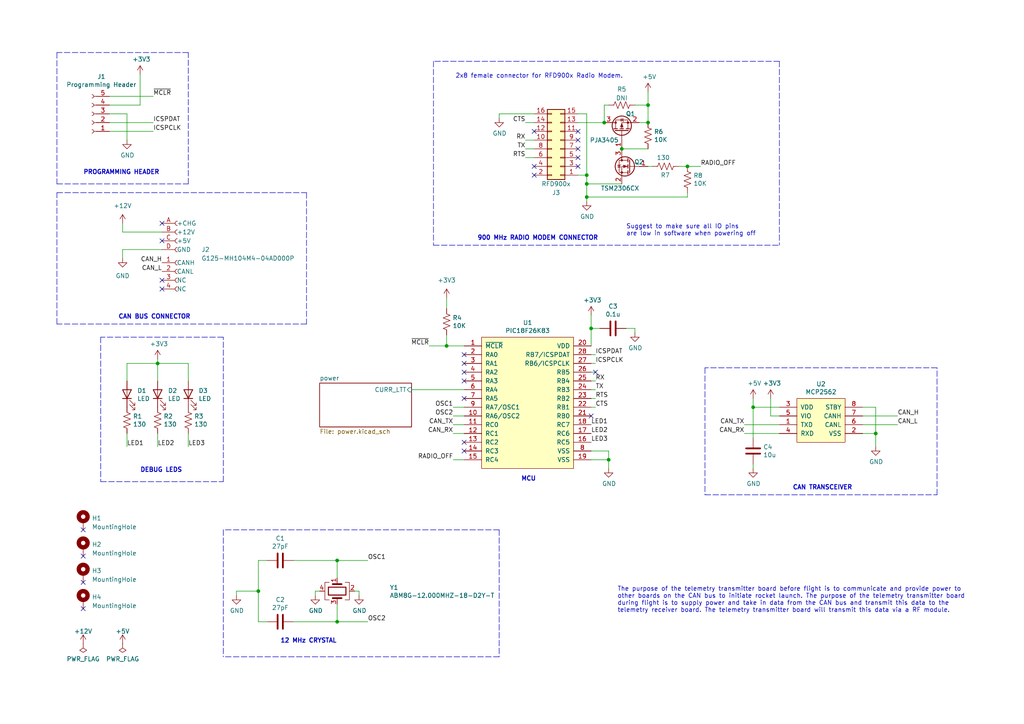
<source format=kicad_sch>
(kicad_sch (version 20250114) (generator "eeschema") (generator_version "9.0")
  (paper "A4")
  (title_block (title "Live Telemetry Transmitter") (date "2021-10-01") (rev "2.1"))
  (lib_symbols
    (symbol "Connector:Conn_01x05_Female" (pin_names (offset 1.016) (hide yes))
      (property "Reference" "J" (at 0 7.62 0))
      (property "Value" "Conn_01x05_Female" (at 0 -7.62 0))
      (symbol "Conn_01x05_Female_1_1"
        (polyline (pts (xy -1.27 5.08) (xy -0.508 5.08)) (stroke (width 0.1524)))
        (polyline (pts (xy -1.27 2.54) (xy -0.508 2.54)) (stroke (width 0.1524)))
        (polyline (pts (xy -1.27 0) (xy -0.508 0)) (stroke (width 0.1524)))
        (polyline (pts (xy -1.27 -2.54) (xy -0.508 -2.54)) (stroke (width 0.1524)))
        (polyline (pts (xy -1.27 -5.08) (xy -0.508 -5.08)) (stroke (width 0.1524)))
        (arc (start 0 4.572) (mid -0.5058 5.08) (end 0 5.588) (stroke (width 0.1524)))
        (arc (start 0 2.032) (mid -0.5058 2.54) (end 0 3.048) (stroke (width 0.1524)))
        (arc (start 0 -0.508) (mid -0.5058 0) (end 0 0.508) (stroke (width 0.1524)))
        (arc (start 0 -3.048) (mid -0.5058 -2.54) (end 0 -2.032) (stroke (width 0.1524)))
        (arc (start 0 -5.588) (mid -0.5058 -5.08) (end 0 -4.572) (stroke (width 0.1524)))
        (pin passive line (at -5.08 5.08 0) (length 3.81) (name "Pin_1") (number "1"))
        (pin passive line (at -5.08 2.54 0) (length 3.81) (name "Pin_2") (number "2"))
        (pin passive line (at -5.08 0 0) (length 3.81) (name "Pin_3") (number "3"))
        (pin passive line (at -5.08 -2.54 0) (length 3.81) (name "Pin_4") (number "4"))
        (pin passive line (at -5.08 -5.08 0) (length 3.81) (name "Pin_5") (number "5"))
      )
    )
    (symbol "Connector_Generic:Conn_02x08_Odd_Even" (pin_names (offset 1.016) (hide yes))
      (property "Reference" "J" (at 1.27 10.16 0))
      (property "Value" "Conn_02x08_Odd_Even" (at 1.27 -12.7 0))
      (symbol "Conn_02x08_Odd_Even_1_1"
        (rectangle (start -1.27 8.89) (end 3.81 -11.43) (stroke (width 0.254)) (fill (type background)))
        (rectangle (start -1.27 7.747) (end 0 7.493) (stroke (width 0.1524)))
        (rectangle (start -1.27 5.207) (end 0 4.953) (stroke (width 0.1524)))
        (rectangle (start -1.27 2.667) (end 0 2.413) (stroke (width 0.1524)))
        (rectangle (start -1.27 0.127) (end 0 -0.127) (stroke (width 0.1524)))
        (rectangle (start -1.27 -2.413) (end 0 -2.667) (stroke (width 0.1524)))
        (rectangle (start -1.27 -4.953) (end 0 -5.207) (stroke (width 0.1524)))
        (rectangle (start -1.27 -7.493) (end 0 -7.747) (stroke (width 0.1524)))
        (rectangle (start -1.27 -10.033) (end 0 -10.287) (stroke (width 0.1524)))
        (rectangle (start 3.81 7.747) (end 2.54 7.493) (stroke (width 0.1524)))
        (rectangle (start 3.81 5.207) (end 2.54 4.953) (stroke (width 0.1524)))
        (rectangle (start 3.81 2.667) (end 2.54 2.413) (stroke (width 0.1524)))
        (rectangle (start 3.81 0.127) (end 2.54 -0.127) (stroke (width 0.1524)))
        (rectangle (start 3.81 -2.413) (end 2.54 -2.667) (stroke (width 0.1524)))
        (rectangle (start 3.81 -4.953) (end 2.54 -5.207) (stroke (width 0.1524)))
        (rectangle (start 3.81 -7.493) (end 2.54 -7.747) (stroke (width 0.1524)))
        (rectangle (start 3.81 -10.033) (end 2.54 -10.287) (stroke (width 0.1524)))
        (pin passive line (at -5.08 7.62 0) (length 3.81) (name "Pin_1") (number "1"))
        (pin passive line (at -5.08 5.08 0) (length 3.81) (name "Pin_3") (number "3"))
        (pin passive line (at -5.08 2.54 0) (length 3.81) (name "Pin_5") (number "5"))
        (pin passive line (at -5.08 0 0) (length 3.81) (name "Pin_7") (number "7"))
        (pin passive line (at -5.08 -2.54 0) (length 3.81) (name "Pin_9") (number "9"))
        (pin passive line (at -5.08 -5.08 0) (length 3.81) (name "Pin_11") (number "11"))
        (pin passive line (at -5.08 -7.62 0) (length 3.81) (name "Pin_13") (number "13"))
        (pin passive line (at -5.08 -10.16 0) (length 3.81) (name "Pin_15") (number "15"))
        (pin passive line (at 7.62 7.62 180) (length 3.81) (name "Pin_2") (number "2"))
        (pin passive line (at 7.62 5.08 180) (length 3.81) (name "Pin_4") (number "4"))
        (pin passive line (at 7.62 2.54 180) (length 3.81) (name "Pin_6") (number "6"))
        (pin passive line (at 7.62 0 180) (length 3.81) (name "Pin_8") (number "8"))
        (pin passive line (at 7.62 -2.54 180) (length 3.81) (name "Pin_10") (number "10"))
        (pin passive line (at 7.62 -5.08 180) (length 3.81) (name "Pin_12") (number "12"))
        (pin passive line (at 7.62 -7.62 180) (length 3.81) (name "Pin_14") (number "14"))
        (pin passive line (at 7.62 -10.16 180) (length 3.81) (name "Pin_16") (number "16"))
      )
    )
    (symbol "Device:C" (pin_numbers (hide yes)) (pin_names (offset 0.254))
      (property "Reference" "C" (at 0.635 2.54 0))
      (property "Value" "C" (at 0.635 -2.54 0))
      (symbol "C_0_1"
        (polyline (pts (xy -2.032 0.762) (xy 2.032 0.762)) (stroke (width 0.508)))
        (polyline (pts (xy -2.032 -0.762) (xy 2.032 -0.762)) (stroke (width 0.508)))
      )
      (symbol "C_1_1"
        (pin passive line (at 0 3.81 270) (length 2.794) (name "~") (number "1"))
        (pin passive line (at 0 -3.81 90) (length 2.794) (name "~") (number "2"))
      )
    )
    (symbol "Device:Crystal_GND24" (pin_names (offset 1.016) (hide yes))
      (property "Reference" "Y" (at 3.175 5.08 0))
      (property "Value" "Crystal_GND24" (at 3.175 3.175 0))
      (symbol "Crystal_GND24_0_1"
        (polyline (pts (xy -2.54 2.286) (xy -2.54 3.556) (xy 2.54 3.556) (xy 2.54 2.286)))
        (polyline (pts (xy -2.54 0) (xy -2.032 0)))
        (polyline (pts (xy -2.54 -2.286) (xy -2.54 -3.556) (xy 2.54 -3.556) (xy 2.54 -2.286)))
        (polyline (pts (xy -2.032 -1.27) (xy -2.032 1.27)) (stroke (width 0.508)))
        (rectangle (start -1.143 2.54) (end 1.143 -2.54) (stroke (width 0.3048)))
        (polyline (pts (xy 0 3.556) (xy 0 3.81)))
        (polyline (pts (xy 0 -3.81) (xy 0 -3.556)))
        (polyline (pts (xy 2.032 0) (xy 2.54 0)))
        (polyline (pts (xy 2.032 -1.27) (xy 2.032 1.27)) (stroke (width 0.508)))
      )
      (symbol "Crystal_GND24_1_1"
        (pin passive line (at -3.81 0 0) (length 1.27) (name "1") (number "1"))
        (pin passive line (at 0 5.08 270) (length 1.27) (name "2") (number "2"))
        (pin passive line (at 0 -5.08 90) (length 1.27) (name "4") (number "4"))
        (pin passive line (at 3.81 0 180) (length 1.27) (name "3") (number "3"))
      )
    )
    (symbol "Device:LED" (pin_numbers (hide yes)) (pin_names (offset 1.016) (hide yes))
      (property "Reference" "D" (at 0 2.54 0))
      (property "Value" "LED" (at 0 -2.54 0))
      (symbol "LED_0_1"
        (polyline (pts (xy -3.048 -0.762) (xy -4.572 -2.286) (xy -3.81 -2.286) (xy -4.572 -2.286) (xy -4.572 -1.524)))
        (polyline (pts (xy -1.778 -0.762) (xy -3.302 -2.286) (xy -2.54 -2.286) (xy -3.302 -2.286) (xy -3.302 -1.524)))
        (polyline (pts (xy -1.27 0) (xy 1.27 0)))
        (polyline (pts (xy -1.27 -1.27) (xy -1.27 1.27)) (stroke (width 0.254)))
        (polyline (pts (xy 1.27 -1.27) (xy 1.27 1.27) (xy -1.27 0) (xy 1.27 -1.27)) (stroke (width 0.254)))
      )
      (symbol "LED_1_1"
        (pin passive line (at -3.81 0 0) (length 2.54) (name "K") (number "1"))
        (pin passive line (at 3.81 0 180) (length 2.54) (name "A") (number "2"))
      )
    )
    (symbol "Device:Q_NMOS_GSD" (pin_names (offset 0) (hide yes))
      (property "Reference" "Q" (at 5.08 1.27 0))
      (property "Value" "Q_NMOS_GSD" (at 5.08 -1.27 0))
      (symbol "Q_NMOS_GSD_0_1"
        (polyline (pts (xy 0.254 1.905) (xy 0.254 -1.905)) (stroke (width 0.254)))
        (polyline (pts (xy 0.254 0) (xy -2.54 0)))
        (polyline (pts (xy 0.762 2.286) (xy 0.762 1.27)) (stroke (width 0.254)))
        (polyline (pts (xy 0.762 0.508) (xy 0.762 -0.508)) (stroke (width 0.254)))
        (polyline (pts (xy 0.762 -1.27) (xy 0.762 -2.286)) (stroke (width 0.254)))
        (polyline (pts (xy 0.762 -1.778) (xy 3.302 -1.778) (xy 3.302 1.778) (xy 0.762 1.778)))
        (polyline (pts (xy 1.016 0) (xy 2.032 0.381) (xy 2.032 -0.381) (xy 1.016 0)) (fill (type outline)))
        (circle (center 1.651 0) (radius 2.794) (stroke (width 0.254)))
        (polyline (pts (xy 2.54 2.54) (xy 2.54 1.778)))
        (circle (center 2.54 1.778) (radius 0.254) (fill (type outline)))
        (circle (center 2.54 -1.778) (radius 0.254) (fill (type outline)))
        (polyline (pts (xy 2.54 -2.54) (xy 2.54 0) (xy 0.762 0)))
        (polyline (pts (xy 2.794 0.508) (xy 2.921 0.381) (xy 3.683 0.381) (xy 3.81 0.254)))
        (polyline (pts (xy 3.302 0.381) (xy 2.921 -0.254) (xy 3.683 -0.254) (xy 3.302 0.381)))
      )
      (symbol "Q_NMOS_GSD_1_1"
        (pin input line (at -5.08 0 0) (length 2.54) (name "G") (number "1"))
        (pin passive line (at 2.54 5.08 270) (length 2.54) (name "D") (number "3"))
        (pin passive line (at 2.54 -5.08 90) (length 2.54) (name "S") (number "2"))
      )
    )
    (symbol "Device:Q_PMOS_GSD" (pin_names (offset 0) (hide yes))
      (property "Reference" "Q" (at 5.08 1.27 0))
      (property "Value" "Q_PMOS_GSD" (at 5.08 -1.27 0))
      (symbol "Q_PMOS_GSD_0_1"
        (polyline (pts (xy 0.254 1.905) (xy 0.254 -1.905)) (stroke (width 0.254)))
        (polyline (pts (xy 0.254 0) (xy -2.54 0)))
        (polyline (pts (xy 0.762 2.286) (xy 0.762 1.27)) (stroke (width 0.254)))
        (polyline (pts (xy 0.762 1.778) (xy 3.302 1.778) (xy 3.302 -1.778) (xy 0.762 -1.778)))
        (polyline (pts (xy 0.762 0.508) (xy 0.762 -0.508)) (stroke (width 0.254)))
        (polyline (pts (xy 0.762 -1.27) (xy 0.762 -2.286)) (stroke (width 0.254)))
        (circle (center 1.651 0) (radius 2.794) (stroke (width 0.254)))
        (polyline (pts (xy 2.286 0) (xy 1.27 0.381) (xy 1.27 -0.381) (xy 2.286 0)) (fill (type outline)))
        (polyline (pts (xy 2.54 2.54) (xy 2.54 1.778)))
        (circle (center 2.54 1.778) (radius 0.254) (fill (type outline)))
        (circle (center 2.54 -1.778) (radius 0.254) (fill (type outline)))
        (polyline (pts (xy 2.54 -2.54) (xy 2.54 0) (xy 0.762 0)))
        (polyline (pts (xy 2.794 -0.508) (xy 2.921 -0.381) (xy 3.683 -0.381) (xy 3.81 -0.254)))
        (polyline (pts (xy 3.302 -0.381) (xy 2.921 0.254) (xy 3.683 0.254) (xy 3.302 -0.381)))
      )
      (symbol "Q_PMOS_GSD_1_1"
        (pin input line (at -5.08 0 0) (length 2.54) (name "G") (number "1"))
        (pin passive line (at 2.54 5.08 270) (length 2.54) (name "D") (number "3"))
        (pin passive line (at 2.54 -5.08 90) (length 2.54) (name "S") (number "2"))
      )
    )
    (symbol "Device:R_US" (pin_numbers (hide yes)) (pin_names (offset 0))
      (property "Reference" "R" (at 2.54 0 90))
      (property "Value" "R_US" (at -2.54 0 90))
      (symbol "R_US_0_1"
        (polyline (pts (xy 0 2.286) (xy 0 2.54)))
        (polyline (pts (xy 0 2.286) (xy 1.016 1.905) (xy 0 1.524) (xy -1.016 1.143) (xy 0 0.762)))
        (polyline (pts (xy 0 0.762) (xy 1.016 0.381) (xy 0 0) (xy -1.016 -0.381) (xy 0 -0.762)))
        (polyline (pts (xy 0 -0.762) (xy 1.016 -1.143) (xy 0 -1.524) (xy -1.016 -1.905) (xy 0 -2.286)))
        (polyline (pts (xy 0 -2.286) (xy 0 -2.54)))
      )
      (symbol "R_US_1_1"
        (pin passive line (at 0 3.81 270) (length 1.27) (name "~") (number "1"))
        (pin passive line (at 0 -3.81 90) (length 1.27) (name "~") (number "2"))
      )
    )
    (symbol "Mechanical:MountingHole_Pad" (pin_numbers (hide yes)) (pin_names (offset 1.016) (hide yes))
      (property "Reference" "H" (at 0 6.35 0))
      (property "Value" "MountingHole_Pad" (at 0 4.445 0))
      (symbol "MountingHole_Pad_0_1"
        (circle (center 0 1.27) (radius 1.27) (stroke (width 1.27)))
      )
      (symbol "MountingHole_Pad_1_1"
        (pin input line (at 0 -2.54 90) (length 2.54) (name "1") (number "1"))
      )
    )
    (symbol "canhw:G125-MH104M4-04AD000P"
      (property "Reference" "J" (at 0 2.032 0))
      (property "Value" "G125-MH104M4-04AD000P" (at 0 0 0))
      (symbol "G125-MH104M4-04AD000P_0_1"
        (arc (start -1.905 -3.175) (mid -1.27 -3.81) (end -1.905 -4.445))
        (arc (start -1.905 -5.715) (mid -1.27 -6.35) (end -1.905 -6.985))
        (arc (start -1.905 -8.255) (mid -1.27 -8.89) (end -1.905 -9.525))
        (arc (start -1.905 -10.795) (mid -1.27 -11.43) (end -1.905 -12.065))
        (arc (start -1.905 -14.605) (mid -1.27 -15.24) (end -1.905 -15.875))
        (arc (start -1.905 -17.145) (mid -1.27 -17.78) (end -1.905 -18.415))
        (arc (start -1.905 -19.685) (mid -1.27 -20.32) (end -1.905 -20.955))
        (arc (start -1.905 -22.225) (mid -1.27 -22.86) (end -1.905 -23.495))
      )
      (symbol "G125-MH104M4-04AD000P_1_1"
        (pin input line (at 2.54 -3.81 180) (length 3.81) (name "+CHG") (number "A"))
        (pin input line (at 2.54 -6.35 180) (length 3.81) (name "+12V") (number "B"))
        (pin input line (at 2.54 -8.89 180) (length 3.81) (name "+5V") (number "C"))
        (pin input line (at 2.54 -11.43 180) (length 3.81) (name "GND") (number "D"))
        (pin input line (at 2.54 -15.24 180) (length 3.81) (name "CANH") (number "1"))
        (pin input line (at 2.54 -17.78 180) (length 3.81) (name "CANL") (number "2"))
        (pin input line (at 2.54 -20.32 180) (length 3.81) (name "NC") (number "3"))
        (pin input line (at 2.54 -22.86 180) (length 3.81) (name "NC") (number "4"))
      )
    )
    (symbol "canhw:MCP2562" (pin_names (offset 1.016))
      (property "Reference" "U2" (at -0.635 6.731 0))
      (property "Value" "MCP2562" (at -0.635 4.4196 0))
      (symbol "MCP2562_0_1"
        (rectangle (start -7.62 2.54) (end 6.35 -10.16) (fill (type background)))
      )
      (symbol "MCP2562_1_1"
        (pin power_in line (at -12.7 0 0) (length 5.08) (name "VDD") (number "3"))
        (pin input line (at -12.7 -2.54 0) (length 5.08) (name "VIO") (number "5"))
        (pin bidirectional line (at -12.7 -5.08 0) (length 5.08) (name "TXD") (number "1"))
        (pin bidirectional line (at -12.7 -7.62 0) (length 5.08) (name "RXD") (number "4"))
        (pin input line (at 11.43 0 180) (length 5.08) (name "STBY") (number "8"))
        (pin bidirectional line (at 11.43 -2.54 180) (length 5.08) (name "CANH") (number "7"))
        (pin bidirectional line (at 11.43 -5.08 180) (length 5.08) (name "CANL") (number "6"))
        (pin power_in line (at 11.43 -7.62 180) (length 5.08) (name "VSS") (number "2"))
      )
    )
    (symbol "canhw:PIC18F26K83" (pin_names (offset 1.016))
      (property "Reference" "U" (at 11.43 20.32 0))
      (property "Value" "PIC18F26K83" (at -7.62 20.32 0))
      (symbol "PIC18F26K83_0_1"
        (rectangle (start -13.97 19.05) (end 12.7 -19.05) (fill (type background)))
      )
      (symbol "PIC18F26K83_1_1"
        (pin input line (at -19.05 16.51 0) (length 5.08) (name "~{MCLR}") (number "1"))
        (pin bidirectional line (at -19.05 13.97 0) (length 5.08) (name "RA0") (number "2"))
        (pin bidirectional line (at -19.05 11.43 0) (length 5.08) (name "RA1") (number "3"))
        (pin bidirectional line (at -19.05 8.89 0) (length 5.08) (name "RA2") (number "4"))
        (pin bidirectional line (at -19.05 6.35 0) (length 5.08) (name "RA3") (number "5"))
        (pin bidirectional line (at -19.05 3.81 0) (length 5.08) (name "RA4") (number "6"))
        (pin bidirectional line (at -19.05 1.27 0) (length 5.08) (name "RA5") (number "7"))
        (pin bidirectional line (at -19.05 -1.27 0) (length 5.08) (name "RA7/OSC1") (number "9"))
        (pin bidirectional line (at -19.05 -3.81 0) (length 5.08) (name "RA6/OSC2") (number "10"))
        (pin bidirectional line (at -19.05 -6.35 0) (length 5.08) (name "RC0") (number "11"))
        (pin bidirectional line (at -19.05 -8.89 0) (length 5.08) (name "RC1") (number "12"))
        (pin bidirectional line (at -19.05 -11.43 0) (length 5.08) (name "RC2") (number "13"))
        (pin bidirectional line (at -19.05 -13.97 0) (length 5.08) (name "RC3") (number "14"))
        (pin bidirectional line (at -19.05 -16.51 0) (length 5.08) (name "RC4") (number "15"))
        (pin power_in line (at 17.78 16.51 180) (length 5.08) (name "VDD") (number "20"))
        (pin bidirectional line (at 17.78 13.97 180) (length 5.08) (name "RB7/ICSPDAT") (number "28"))
        (pin bidirectional line (at 17.78 11.43 180) (length 5.08) (name "RB6/ICSPCLK") (number "27"))
        (pin bidirectional line (at 17.78 8.89 180) (length 5.08) (name "RB5") (number "26"))
        (pin bidirectional line (at 17.78 6.35 180) (length 5.08) (name "RB4") (number "25"))
        (pin bidirectional line (at 17.78 3.81 180) (length 5.08) (name "RB3") (number "24"))
        (pin bidirectional line (at 17.78 1.27 180) (length 5.08) (name "RB2") (number "23"))
        (pin bidirectional line (at 17.78 -1.27 180) (length 5.08) (name "RB1") (number "22"))
        (pin bidirectional line (at 17.78 -3.81 180) (length 5.08) (name "RB0") (number "21"))
        (pin bidirectional line (at 17.78 -6.35 180) (length 5.08) (name "RC7") (number "18"))
        (pin bidirectional line (at 17.78 -8.89 180) (length 5.08) (name "RC6") (number "17"))
        (pin bidirectional line (at 17.78 -11.43 180) (length 5.08) (name "RC5") (number "16"))
        (pin power_in line (at 17.78 -13.97 180) (length 5.08) (name "VSS") (number "8"))
        (pin power_in line (at 17.78 -16.51 180) (length 5.08) (name "VSS") (number "19"))
      )
    )
    (symbol "power:+12V" (power) (pin_names (offset 0))
      (property "Value" "+12V" (at 0 3.556 0))
      (symbol "+12V_0_1"
        (polyline (pts (xy -0.762 1.27) (xy 0 2.54)))
        (polyline (pts (xy 0 2.54) (xy 0.762 1.27)))
        (polyline (pts (xy 0 0) (xy 0 2.54)))
      )
      (symbol "+12V_1_1"
        (pin power_in line (at 0 0 90) (length 0) (hide yes) (name "+12V") (number "1"))
      )
    )
    (symbol "power:+3V3" (power) (pin_names (offset 0))
      (property "Value" "+3V3" (at 0 3.556 0))
      (symbol "+3V3_0_1"
        (polyline (pts (xy -0.762 1.27) (xy 0 2.54)))
        (polyline (pts (xy 0 2.54) (xy 0.762 1.27)))
        (polyline (pts (xy 0 0) (xy 0 2.54)))
      )
      (symbol "+3V3_1_1"
        (pin power_in line (at 0 0 90) (length 0) (hide yes) (name "+3V3") (number "1"))
      )
    )
    (symbol "power:+5V" (power) (pin_names (offset 0))
      (property "Value" "+5V" (at 0 3.556 0))
      (symbol "+5V_0_1"
        (polyline (pts (xy -0.762 1.27) (xy 0 2.54)))
        (polyline (pts (xy 0 2.54) (xy 0.762 1.27)))
        (polyline (pts (xy 0 0) (xy 0 2.54)))
      )
      (symbol "+5V_1_1"
        (pin power_in line (at 0 0 90) (length 0) (hide yes) (name "+5V") (number "1"))
      )
    )
    (symbol "power:GND" (power) (pin_names (offset 0))
      (property "Value" "GND" (at 0 -3.81 0))
      (symbol "GND_0_1"
        (polyline (pts (xy 0 0) (xy 0 -1.27) (xy 1.27 -1.27) (xy 0 -2.54) (xy -1.27 -1.27) (xy 0 -1.27)))
      )
      (symbol "GND_1_1"
        (pin power_in line (at 0 0 270) (length 0) (hide yes) (name "GND") (number "1"))
      )
    )
    (symbol "power:PWR_FLAG" (power) (pin_numbers (hide yes)) (pin_names (offset 0) (hide yes))
      (property "Value" "PWR_FLAG" (at 0 3.81 0))
      (symbol "PWR_FLAG_0_0"
        (pin power_out line (at 0 0 90) (length 0) (name "pwr") (number "1"))
      )
      (symbol "PWR_FLAG_0_1"
        (polyline (pts (xy 0 0) (xy 0 1.27) (xy -1.016 1.905) (xy 0 2.54) (xy 1.016 1.905) (xy 0 1.27)))
      )
    )
  )
  (text "CAN BUS CONNECTOR" (at 34.29 92.71 0) (effects (font (size 1.27 1.27) (thickness 0.254) (bold yes)) (justify left bottom)))
  (text "MCU" (at 151.13 139.7 0) (effects (font (size 1.27 1.27) (thickness 0.254) (bold yes)) (justify left bottom)))
  (text "PROGRAMMING HEADER" (at 24.13 50.8 0) (effects (font (size 1.27 1.27) (thickness 0.254) (bold yes)) (justify left bottom)))
  (text "Suggest to make sure all IO pins\nare low in software when powering off" (at 181.61 68.58 0) (effects (font (size 1.27 1.27)) (justify left bottom)))
  (text "CAN TRANSCEIVER" (at 229.87 142.24 0) (effects (font (size 1.27 1.27) (thickness 0.254) (bold yes)) (justify left bottom)))
  (text "The purpose of the telemetry transmitter board before flight is to communicate and provide power to \nother boards on the CAN bus to initiate rocket launch. The purpose of the telemetry transmitter board\nduring flight is to supply power and take in data from the CAN bus and transmit this data to the \ntelemetry receiver board. The telemetry transmitter board will transmit this data via a RF module." (at 179.07 177.8 0) (effects (font (size 1.27 1.27)) (justify left bottom)))
  (text "12 MHz CRYSTAL" (at 81.28 186.69 0) (effects (font (size 1.27 1.27) (thickness 0.254) (bold yes)) (justify left bottom)))
  (text "DEBUG LEDS" (at 40.64 137.16 0) (effects (font (size 1.27 1.27) (thickness 0.254) (bold yes)) (justify left bottom)))
  (text "900 MHz RADIO MODEM CONNECTOR" (at 138.43 69.85 0) (effects (font (size 1.27 1.27) (thickness 0.254) (bold yes)) (justify left bottom)))
  (text "2x8 female connector for RFD900x Radio Modem." (at 132.08 22.86 0) (effects (font (size 1.27 1.27)) (justify left bottom)))
  (junction (at 97.79 162.56))
  (junction (at 45.72 105.41))
  (junction (at 187.96 30.48))
  (junction (at 170.18 57.15))
  (junction (at 175.26 35.56))
  (junction (at 97.79 180.34))
  (junction (at 187.96 35.56))
  (junction (at 176.53 133.35))
  (junction (at 170.18 50.8))
  (junction (at 170.18 53.34))
  (junction (at 254 125.73))
  (junction (at 74.93 171.45))
  (junction (at 218.44 118.11))
  (junction (at 171.45 95.25))
  (junction (at 180.34 43.18))
  (junction (at 129.54 100.33))
  (junction (at 199.39 48.26))
  (no_connect (at 24.13 168.91))
  (no_connect (at 134.62 110.49))
  (no_connect (at 24.13 161.29))
  (no_connect (at 134.62 128.27))
  (no_connect (at 167.64 43.18))
  (no_connect (at 154.94 48.26))
  (no_connect (at 24.13 176.53))
  (no_connect (at 167.64 40.64))
  (no_connect (at 24.13 153.67))
  (no_connect (at 154.94 38.1))
  (no_connect (at 46.99 81.28))
  (no_connect (at 167.64 38.1))
  (no_connect (at 134.62 115.57))
  (no_connect (at 46.99 69.85))
  (no_connect (at 172.72 107.95))
  (no_connect (at 167.64 48.26))
  (no_connect (at 171.45 120.65))
  (no_connect (at 134.62 130.81))
  (no_connect (at 134.62 107.95))
  (no_connect (at 46.99 83.82))
  (no_connect (at 134.62 105.41))
  (no_connect (at 134.62 102.87))
  (no_connect (at 167.64 45.72))
  (no_connect (at 154.94 50.8))
  (no_connect (at 46.99 64.77))
  (polyline (pts (xy 64.77 139.7) (xy 64.77 97.79)) (stroke (width 0) (type dash)))
  (polyline (pts (xy 88.9 93.98) (xy 16.51 93.98)) (stroke (width 0) (type dash)))
  (wire (pts (xy 223.52 115.57) (xy 223.52 120.65)))
  (wire (pts (xy 54.61 129.54) (xy 54.61 125.73)))
  (wire (pts (xy 97.79 162.56) (xy 97.79 167.64)))
  (polyline (pts (xy 16.51 55.88) (xy 88.9 55.88)) (stroke (width 0) (type dash)))
  (wire (pts (xy 104.14 171.45) (xy 104.14 172.72)))
  (wire (pts (xy 185.42 35.56) (xy 187.96 35.56)))
  (wire (pts (xy 199.39 48.26) (xy 203.2 48.26)))
  (polyline (pts (xy 144.78 153.67) (xy 144.78 190.5)) (stroke (width 0) (type dash)))
  (wire (pts (xy 124.46 100.33) (xy 129.54 100.33)))
  (wire (pts (xy 218.44 134.62) (xy 218.44 135.89)))
  (wire (pts (xy 254 118.11) (xy 254 125.73)))
  (polyline (pts (xy 29.21 139.7) (xy 64.77 139.7)) (stroke (width 0) (type dash)))
  (wire (pts (xy 45.72 105.41) (xy 45.72 110.49)))
  (wire (pts (xy 172.72 105.41) (xy 171.45 105.41)))
  (wire (pts (xy 44.45 35.56) (xy 31.75 35.56)))
  (wire (pts (xy 167.64 50.8) (xy 170.18 50.8)))
  (polyline (pts (xy 204.47 106.68) (xy 204.47 143.51)) (stroke (width 0) (type dash)))
  (polyline (pts (xy 64.77 97.79) (xy 29.21 97.79)) (stroke (width 0) (type dash)))
  (wire (pts (xy 250.19 120.65) (xy 260.35 120.65)))
  (wire (pts (xy 44.45 27.94) (xy 31.75 27.94)))
  (wire (pts (xy 218.44 115.57) (xy 218.44 118.11)))
  (wire (pts (xy 54.61 110.49) (xy 54.61 105.41)))
  (wire (pts (xy 35.56 67.31) (xy 46.99 67.31)))
  (wire (pts (xy 31.75 30.48) (xy 40.64 30.48)))
  (wire (pts (xy 218.44 118.11) (xy 218.44 127)))
  (polyline (pts (xy 204.47 143.51) (xy 271.78 143.51)) (stroke (width 0) (type dash)))
  (wire (pts (xy 97.79 175.26) (xy 97.79 180.34)))
  (wire (pts (xy 36.83 33.02) (xy 31.75 33.02)))
  (wire (pts (xy 226.06 123.19) (xy 215.9 123.19)))
  (polyline (pts (xy 54.61 53.34) (xy 54.61 15.24)) (stroke (width 0) (type dash)))
  (wire (pts (xy 172.72 110.49) (xy 171.45 110.49)))
  (wire (pts (xy 176.53 133.35) (xy 176.53 135.89)))
  (wire (pts (xy 129.54 97.155) (xy 129.54 100.33)))
  (wire (pts (xy 171.45 91.44) (xy 171.45 95.25)))
  (wire (pts (xy 102.87 171.45) (xy 104.14 171.45)))
  (wire (pts (xy 74.93 171.45) (xy 74.93 180.34)))
  (polyline (pts (xy 125.73 17.78) (xy 125.73 71.12)) (stroke (width 0) (type dash)))
  (wire (pts (xy 36.83 105.41) (xy 45.72 105.41)))
  (polyline (pts (xy 226.06 17.78) (xy 125.73 17.78)) (stroke (width 0) (type dash)))
  (wire (pts (xy 187.96 48.26) (xy 189.23 48.26)))
  (wire (pts (xy 196.85 48.26) (xy 199.39 48.26)))
  (wire (pts (xy 36.83 33.02) (xy 36.83 40.64)))
  (wire (pts (xy 152.4 43.18) (xy 154.94 43.18)))
  (wire (pts (xy 173.99 95.25) (xy 171.45 95.25)))
  (wire (pts (xy 171.45 133.35) (xy 176.53 133.35)))
  (wire (pts (xy 131.445 133.35) (xy 134.62 133.35)))
  (wire (pts (xy 35.56 72.39) (xy 46.99 72.39)))
  (polyline (pts (xy 16.51 53.34) (xy 54.61 53.34)) (stroke (width 0) (type dash)))
  (wire (pts (xy 254 125.73) (xy 254 129.54)))
  (polyline (pts (xy 226.06 17.78) (xy 226.06 71.12)) (stroke (width 0) (type dash)))
  (wire (pts (xy 170.18 57.15) (xy 199.39 57.15)))
  (polyline (pts (xy 88.9 55.88) (xy 88.9 93.98)) (stroke (width 0) (type dash)))
  (wire (pts (xy 74.93 162.56) (xy 74.93 171.45)))
  (wire (pts (xy 170.18 50.8) (xy 170.18 53.34)))
  (wire (pts (xy 131.445 118.11) (xy 134.62 118.11)))
  (polyline (pts (xy 29.21 97.79) (xy 29.21 139.7)) (stroke (width 0) (type dash)))
  (polyline (pts (xy 64.77 153.67) (xy 64.77 190.5)) (stroke (width 0) (type dash)))
  (wire (pts (xy 170.18 53.34) (xy 170.18 57.15)))
  (wire (pts (xy 171.45 100.33) (xy 171.45 95.25)))
  (wire (pts (xy 171.45 130.81) (xy 176.53 130.81)))
  (wire (pts (xy 175.26 35.56) (xy 167.64 35.56)))
  (wire (pts (xy 170.18 53.34) (xy 180.34 53.34)))
  (wire (pts (xy 176.53 130.81) (xy 176.53 133.35)))
  (wire (pts (xy 97.79 180.34) (xy 106.68 180.34)))
  (wire (pts (xy 172.72 113.03) (xy 171.45 113.03)))
  (wire (pts (xy 45.72 104.14) (xy 45.72 105.41)))
  (wire (pts (xy 180.34 43.18) (xy 187.96 43.18)))
  (wire (pts (xy 172.72 118.11) (xy 171.45 118.11)))
  (wire (pts (xy 187.96 35.56) (xy 187.96 30.48)))
  (wire (pts (xy 131.445 123.19) (xy 134.62 123.19)))
  (wire (pts (xy 35.56 72.39) (xy 35.56 74.93)))
  (wire (pts (xy 152.4 45.72) (xy 154.94 45.72)))
  (wire (pts (xy 250.19 118.11) (xy 254 118.11)))
  (wire (pts (xy 175.26 30.48) (xy 175.26 35.56)))
  (wire (pts (xy 199.39 55.88) (xy 199.39 57.15)))
  (wire (pts (xy 226.06 120.65) (xy 223.52 120.65)))
  (wire (pts (xy 97.79 162.56) (xy 106.68 162.56)))
  (wire (pts (xy 129.54 86.36) (xy 129.54 89.535)))
  (wire (pts (xy 184.15 30.48) (xy 187.96 30.48)))
  (polyline (pts (xy 16.51 93.98) (xy 16.51 55.88)) (stroke (width 0) (type dash)))
  (wire (pts (xy 250.19 123.19) (xy 260.35 123.19)))
  (polyline (pts (xy 125.73 71.12) (xy 226.06 71.12)) (stroke (width 0) (type dash)))
  (wire (pts (xy 68.58 172.72) (xy 68.58 171.45)))
  (wire (pts (xy 134.62 100.33) (xy 129.54 100.33)))
  (wire (pts (xy 144.78 33.02) (xy 154.94 33.02)))
  (wire (pts (xy 167.64 33.02) (xy 170.18 33.02)))
  (wire (pts (xy 176.53 30.48) (xy 175.26 30.48)))
  (wire (pts (xy 131.445 120.65) (xy 134.62 120.65)))
  (wire (pts (xy 172.72 115.57) (xy 171.45 115.57)))
  (polyline (pts (xy 271.78 143.51) (xy 271.78 106.68)) (stroke (width 0) (type dash)))
  (wire (pts (xy 77.47 162.56) (xy 74.93 162.56)))
  (wire (pts (xy 91.44 171.45) (xy 91.44 172.72)))
  (wire (pts (xy 152.4 40.64) (xy 154.94 40.64)))
  (wire (pts (xy 35.56 64.77) (xy 35.56 67.31)))
  (wire (pts (xy 36.83 129.54) (xy 36.83 125.73)))
  (wire (pts (xy 172.72 107.95) (xy 171.45 107.95)))
  (wire (pts (xy 152.4 35.56) (xy 154.94 35.56)))
  (polyline (pts (xy 16.51 15.24) (xy 16.51 53.34)) (stroke (width 0) (type dash)))
  (wire (pts (xy 144.78 34.29) (xy 144.78 33.02)))
  (wire (pts (xy 68.58 171.45) (xy 74.93 171.45)))
  (wire (pts (xy 40.64 30.48) (xy 40.64 21.59)))
  (wire (pts (xy 92.71 171.45) (xy 91.44 171.45)))
  (wire (pts (xy 172.72 102.87) (xy 171.45 102.87)))
  (wire (pts (xy 215.9 125.73) (xy 226.06 125.73)))
  (wire (pts (xy 184.15 96.52) (xy 184.15 95.25)))
  (polyline (pts (xy 144.78 190.5) (xy 64.77 190.5)) (stroke (width 0) (type dash)))
  (wire (pts (xy 44.45 38.1) (xy 31.75 38.1)))
  (wire (pts (xy 119.38 113.03) (xy 134.62 113.03)))
  (wire (pts (xy 54.61 105.41) (xy 45.72 105.41)))
  (wire (pts (xy 85.09 162.56) (xy 97.79 162.56)))
  (wire (pts (xy 45.72 129.54) (xy 45.72 125.73)))
  (wire (pts (xy 250.19 125.73) (xy 254 125.73)))
  (polyline (pts (xy 271.78 106.68) (xy 204.47 106.68)) (stroke (width 0) (type dash)))
  (wire (pts (xy 170.18 33.02) (xy 170.18 50.8)))
  (wire (pts (xy 77.47 180.34) (xy 74.93 180.34)))
  (wire (pts (xy 170.18 57.15) (xy 170.18 58.42)))
  (wire (pts (xy 181.61 95.25) (xy 184.15 95.25)))
  (wire (pts (xy 187.96 30.48) (xy 187.96 26.67)))
  (wire (pts (xy 36.83 110.49) (xy 36.83 105.41)))
  (wire (pts (xy 85.09 180.34) (xy 97.79 180.34)))
  (polyline (pts (xy 144.78 153.67) (xy 64.77 153.67)) (stroke (width 0) (type dash)))
  (wire (pts (xy 131.445 125.73) (xy 134.62 125.73)))
  (polyline (pts (xy 54.61 15.24) (xy 16.51 15.24)) (stroke (width 0) (type dash)))
  (wire (pts (xy 218.44 118.11) (xy 226.06 118.11)))
  (label "CAN_H" (at 260.35 120.65 0))
  (label "CAN_TX" (at 131.445 123.19 180))
  (label "LED3" (at 171.45 128.27 0))
  (label "ICSPCLK" (at 172.72 105.41 0))
  (label "RX" (at 172.72 110.49 0))
  (label "LED1" (at 36.83 129.54 0))
  (label "CAN_RX" (at 131.445 125.73 180))
  (label "CAN_H" (at 46.99 76.2 180))
  (label "LED1" (at 171.45 123.19 0))
  (label "OSC1" (at 131.445 118.11 180))
  (label "ICSPDAT" (at 172.72 102.87 0))
  (label "OSC1" (at 106.68 162.56 0))
  (label "LED3" (at 54.61 129.54 0))
  (label "OSC2" (at 131.445 120.65 180))
  (label "LED2" (at 171.45 125.73 0))
  (label "CTS" (at 172.72 118.11 0))
  (label "ICSPCLK" (at 44.45 38.1 0))
  (label "~{MCLR}" (at 44.45 27.94 0))
  (label "RTS" (at 172.72 115.57 0))
  (label "CAN_TX" (at 215.9 123.19 180))
  (label "OSC2" (at 106.68 180.34 0))
  (label "RADIO_OFF" (at 203.2 48.26 0))
  (label "TX" (at 152.4 43.18 180))
  (label "RTS" (at 152.4 45.72 180))
  (label "CAN_L" (at 46.99 78.74 180))
  (label "CTS" (at 152.4 35.56 180))
  (label "ICSPDAT" (at 44.45 35.56 0))
  (label "RX" (at 152.4 40.64 180))
  (label "CAN_L" (at 260.35 123.19 0))
  (label "TX" (at 172.72 113.03 0))
  (label "CAN_RX" (at 215.9 125.73 180))
  (label "RADIO_OFF" (at 131.445 133.35 180))
  (label "~{MCLR}" (at 124.46 100.33 180))
  (label "LED2" (at 45.72 129.54 0))
  (symbol (lib_id "canhw:PIC18F26K83") (at 153.67 116.84 0) (unit 1)
    (property "Reference" "U1" (at 153.035 93.599 0))
    (property "Value" "PIC18F26K83" (at 153.035 95.9104 0))
    (property "Footprint" "Package_SO:SOIC-28W_7.5x18.7mm_P1.27mm" (effects (hide yes)))
    (property "Datasheet" "http://ww1.microchip.com/downloads/en/DeviceDoc/40001943A.pdf" (effects (hide yes)))
  )
  (symbol (lib_id "Device:C") (at 177.8 95.25 90) (unit 1)
    (property "Reference" "C3" (at 177.8 88.8492 90))
    (property "Value" "0.1u" (at 177.8 91.1606 90))
    (property "Footprint" "Capacitor_SMD:C_0603_1608Metric_Pad1.08x0.95mm_HandSolder" (effects (hide yes)))
  )
  (symbol (lib_id "power:GND") (at 184.15 96.52 0) (unit 1)
    (property "Reference" "#PWR016" (effects (hide yes)))
    (property "Value" "GND" (at 184.277 100.9142 0))
  )
  (symbol (lib_id "Connector:Conn_01x05_Female") (at 26.67 33.02 180) (unit 1)
    (property "Reference" "J1" (at 29.4132 22.225 0))
    (property "Value" "Programming Header" (at 29.4132 24.5364 0))
    (property "Footprint" "canhw_footprints:PinHeader_5x2.54_SMD_90deg_952-3198-1-ND" (effects (hide yes)))
  )
  (symbol (lib_id "power:GND") (at 176.53 135.89 0) (unit 1)
    (property "Reference" "#PWR015" (effects (hide yes)))
    (property "Value" "GND" (at 176.657 140.2842 0))
  )
  (symbol (lib_id "power:GND") (at 36.83 40.64 0) (unit 1)
    (property "Reference" "#PWR05" (effects (hide yes)))
    (property "Value" "GND" (at 36.957 45.0342 0))
  )
  (symbol (lib_id "canhw:MCP2562") (at 238.76 118.11 0) (unit 1)
    (property "Reference" "U2" (at 238.125 111.379 0))
    (property "Value" "MCP2562" (at 238.125 113.6904 0))
    (property "Footprint" "Package_SO:SOIC-8_3.9x4.9mm_P1.27mm" (effects (hide yes)))
    (property "Datasheet" "http://hades.mech.northwestern.edu/images/5/5e/MCP2562.pdf" (effects (hide yes)))
  )
  (symbol (lib_id "power:GND") (at 254 129.54 0) (unit 1)
    (property "Reference" "#PWR021" (effects (hide yes)))
    (property "Value" "GND" (at 254.127 133.9342 0))
  )
  (symbol (lib_id "Device:C") (at 218.44 130.81 0) (unit 1)
    (property "Reference" "C4" (at 221.361 129.6416 0) (effects (justify left)))
    (property "Value" "10u" (at 221.361 131.953 0) (effects (justify left)))
    (property "Footprint" "Capacitor_SMD:C_0603_1608Metric_Pad1.08x0.95mm_HandSolder" (effects (hide yes)))
  )
  (symbol (lib_id "power:GND") (at 218.44 135.89 0) (unit 1)
    (property "Reference" "#PWR019" (effects (hide yes)))
    (property "Value" "GND" (at 218.567 140.2842 0))
  )
  (symbol (lib_id "power:+5V") (at 218.44 115.57 0) (unit 1)
    (property "Reference" "#PWR018" (effects (hide yes)))
    (property "Value" "+5V" (at 218.821 111.1758 0))
  )
  (symbol (lib_id "Device:Crystal_GND24") (at 97.79 171.45 270) (unit 1)
    (property "Reference" "Y1" (at 113.03 170.4086 90) (effects (justify left)))
    (property "Value" "ABM8G-12.000MHZ-18-D2Y-T" (at 113.03 172.72 90) (effects (justify left)))
    (property "Footprint" "Crystal:Crystal_SMD_Abracon_ABM8G-4Pin_3.2x2.5mm" (effects (hide yes)))
    (property "Description" "Four pin crystal, GND on pins 2 and 4" (effects (hide yes)))
  )
  (symbol (lib_id "Device:C") (at 81.28 162.56 270) (unit 1)
    (property "Reference" "C1" (at 81.28 156.1592 90))
    (property "Value" "27pF" (at 81.28 158.4706 90))
    (property "Footprint" "Capacitor_SMD:C_0603_1608Metric_Pad1.08x0.95mm_HandSolder" (effects (hide yes)))
  )
  (symbol (lib_id "Device:C") (at 81.28 180.34 270) (unit 1)
    (property "Reference" "C2" (at 81.28 173.9392 90))
    (property "Value" "27pF" (at 81.28 176.2506 90))
    (property "Footprint" "Capacitor_SMD:C_0603_1608Metric_Pad1.08x0.95mm_HandSolder" (effects (hide yes)))
  )
  (symbol (lib_id "power:GND") (at 68.58 172.72 0) (unit 1)
    (property "Reference" "#PWR08" (effects (hide yes)))
    (property "Value" "GND" (at 68.707 177.1142 0))
  )
  (symbol (lib_id "Device:R_US") (at 36.83 121.92 0) (unit 1)
    (property "Reference" "R1" (at 38.5572 120.7516 0) (effects (justify left)))
    (property "Value" "130" (at 38.5572 123.063 0) (effects (justify left)))
    (property "Footprint" "Resistor_SMD:R_0603_1608Metric_Pad0.98x0.95mm_HandSolder" (effects (hide yes)))
  )
  (symbol (lib_id "Device:R_US") (at 45.72 121.92 0) (unit 1)
    (property "Reference" "R2" (at 47.4472 120.7516 0) (effects (justify left)))
    (property "Value" "130" (at 47.4472 123.063 0) (effects (justify left)))
    (property "Footprint" "Resistor_SMD:R_0603_1608Metric_Pad0.98x0.95mm_HandSolder" (effects (hide yes)))
  )
  (symbol (lib_id "Device:R_US") (at 54.61 121.92 0) (unit 1)
    (property "Reference" "R3" (at 56.3372 120.7516 0) (effects (justify left)))
    (property "Value" "130" (at 56.3372 123.063 0) (effects (justify left)))
    (property "Footprint" "Resistor_SMD:R_0603_1608Metric_Pad0.98x0.95mm_HandSolder" (effects (hide yes)))
  )
  (symbol (lib_id "Device:LED") (at 36.83 114.3 90) (unit 1)
    (property "Reference" "D1" (at 39.8018 113.3094 90) (effects (justify right)))
    (property "Value" "LED" (at 39.8018 115.6208 90) (effects (justify right)))
    (property "Footprint" "LED_SMD:LED_1206_3216Metric_Pad1.42x1.75mm_HandSolder" (effects (hide yes)))
  )
  (symbol (lib_id "Device:LED") (at 45.72 114.3 90) (unit 1)
    (property "Reference" "D2" (at 48.6918 113.3094 90) (effects (justify right)))
    (property "Value" "LED" (at 48.6918 115.6208 90) (effects (justify right)))
    (property "Footprint" "LED_SMD:LED_1206_3216Metric_Pad1.42x1.75mm_HandSolder" (effects (hide yes)))
  )
  (symbol (lib_id "Device:LED") (at 54.61 114.3 90) (unit 1)
    (property "Reference" "D3" (at 57.5818 113.3094 90) (effects (justify right)))
    (property "Value" "LED" (at 57.5818 115.6208 90) (effects (justify right)))
    (property "Footprint" "LED_SMD:LED_1206_3216Metric_Pad1.42x1.75mm_HandSolder" (effects (hide yes)))
  )
  (symbol (lib_id "power:+3V3") (at 171.45 91.44 0) (unit 1)
    (property "Reference" "#PWR014" (effects (hide yes)))
    (property "Value" "+3V3" (at 171.831 87.0458 0))
  )
  (symbol (lib_id "power:+3V3") (at 223.52 115.57 0) (unit 1)
    (property "Reference" "#PWR020" (effects (hide yes)))
    (property "Value" "+3V3" (at 223.901 111.1758 0))
  )
  (symbol (lib_id "power:+3V3") (at 45.72 104.14 0) (unit 1)
    (property "Reference" "#PWR07" (effects (hide yes)))
    (property "Value" "+3V3" (at 46.101 99.7458 0))
  )
  (symbol (lib_id "power:+3V3") (at 40.64 21.59 0) (unit 1)
    (property "Reference" "#PWR06" (effects (hide yes)))
    (property "Value" "+3V3" (at 41.021 17.1958 0))
  )
  (symbol (lib_id "Mechanical:MountingHole_Pad") (at 24.13 158.75 0) (unit 1)
    (property "Reference" "H2" (at 26.67 157.9153 0) (effects (justify left)))
    (property "Value" "MountingHole" (at 26.67 160.4522 0) (effects (justify left)))
    (property "Footprint" "MountingHole:MountingHole_3.2mm_M3_DIN965_Pad_TopBottom" (effects (hide yes)))
  )
  (symbol (lib_id "power:+12V") (at 24.13 186.69 0) (unit 1)
    (property "Reference" "#PWR01" (effects (hide yes)))
    (property "Value" "+12V" (at 24.13 183.1142 0))
  )
  (symbol (lib_id "Device:R_US") (at 199.39 52.07 0) (unit 1)
    (property "Reference" "R8" (at 201.1172 50.9016 0) (effects (justify left)))
    (property "Value" "10K" (at 201.1172 53.213 0) (effects (justify left)))
    (property "Footprint" "Resistor_SMD:R_0603_1608Metric_Pad0.98x0.95mm_HandSolder" (effects (hide yes)))
  )
  (symbol (lib_id "power:GND") (at 35.56 74.93 0) (unit 1)
    (property "Reference" "#PWR03" (effects (hide yes)))
    (property "Value" "GND" (at 35.56 80.01 0))
  )
  (symbol (lib_id "power:+12V") (at 35.56 64.77 0) (unit 1)
    (property "Reference" "#PWR02" (effects (hide yes)))
    (property "Value" "+12V" (at 35.56 59.69 0))
  )
  (symbol (lib_id "power:+5V") (at 35.56 186.69 0) (unit 1)
    (property "Reference" "#PWR04" (effects (hide yes)))
    (property "Value" "+5V" (at 35.56 183.1142 0))
  )
  (symbol (lib_id "Device:Q_NMOS_GSD") (at 182.88 48.26 0) (mirror y) (unit 1)
    (property "Reference" "Q2" (at 186.69 46.99 0) (effects (justify left)))
    (property "Value" "TSM2306CX" (at 185.42 54.61 0) (effects (justify left)))
    (property "Footprint" "Package_TO_SOT_SMD:SOT-23_Handsoldering" (effects (hide yes)))
  )
  (symbol (lib_id "Device:R_US") (at 180.34 30.48 90) (unit 1)
    (property "Reference" "R5" (at 180.34 25.8912 90))
    (property "Value" "DNI" (at 180.34 28.4281 90))
    (property "Footprint" "Resistor_SMD:R_0603_1608Metric_Pad0.98x0.95mm_HandSolder" (effects (hide yes)))
  )
  (symbol (lib_id "power:+3V3") (at 129.54 86.36 0) (unit 1)
    (property "Reference" "#PWR011" (effects (hide yes)))
    (property "Value" "+3V3" (at 129.54 81.28 0))
  )
  (symbol (lib_id "power:GND") (at 144.78 34.29 0) (unit 1)
    (property "Reference" "#PWR012" (effects (hide yes)))
    (property "Value" "GND" (at 144.907 38.6842 0))
  )
  (symbol (lib_id "power:PWR_FLAG") (at 24.13 186.69 180) (unit 1)
    (property "Reference" "#FLG01" (effects (hide yes)))
    (property "Value" "PWR_FLAG" (at 24.13 191.1334 0))
  )
  (symbol (lib_id "Device:R_US") (at 187.96 39.37 0) (unit 1)
    (property "Reference" "R6" (at 189.6872 38.2016 0) (effects (justify left)))
    (property "Value" "10K" (at 189.6872 40.513 0) (effects (justify left)))
    (property "Footprint" "Resistor_SMD:R_0603_1608Metric_Pad0.98x0.95mm_HandSolder" (effects (hide yes)))
  )
  (symbol (lib_id "canhw:G125-MH104M4-04AD000P") (at 49.53 60.96 0) (mirror y) (unit 1)
    (property "Reference" "J2" (at 58.42 72.39 0) (effects (justify right)))
    (property "Value" "G125-MH104M4-04AD000P" (at 58.42 74.93 0) (effects (justify right)))
    (property "Footprint" "canhw_footprints:HARWIN_G125-MH104M4-04AD000P" (effects (hide yes)))
    (property "Datasheet" "https://content.harwin.com/m/91a65d72bc24bdea/original/DRG-03150-Technical-Drawing-Datasheet-G125-MH1XXM4-XXAD000P-pdf.pdf" (effects (hide yes)))
    (property "Description" "4+4 Pos. Male Horizontal Throughboard Conn. Screw-Lok Board Mount" (effects (hide yes)))
  )
  (symbol (lib_id "Device:Q_PMOS_GSD") (at 180.34 38.1 90) (unit 1)
    (property "Reference" "Q1" (at 182.88 33.02 90))
    (property "Value" "PJA3405" (at 175.26 40.64 90))
    (property "Footprint" "Package_TO_SOT_SMD:SOT-23_Handsoldering" (effects (hide yes)))
  )
  (symbol (lib_id "power:PWR_FLAG") (at 35.56 186.69 180) (unit 1)
    (property "Reference" "#FLG02" (effects (hide yes)))
    (property "Value" "PWR_FLAG" (at 35.56 191.1334 0))
  )
  (symbol (lib_id "Mechanical:MountingHole_Pad") (at 24.13 151.13 0) (unit 1)
    (property "Reference" "H1" (at 26.67 150.2953 0) (effects (justify left)))
    (property "Value" "MountingHole" (at 26.67 152.8322 0) (effects (justify left)))
    (property "Footprint" "MountingHole:MountingHole_3.2mm_M3_DIN965_Pad_TopBottom" (effects (hide yes)))
  )
  (symbol (lib_id "Connector_Generic:Conn_02x08_Odd_Even") (at 162.56 43.18 180) (unit 1)
    (property "Reference" "J3" (at 161.29 55.88 0))
    (property "Value" "RFD900x" (at 161.29 53.34 0))
    (property "Footprint" "Connector_PinSocket_2.54mm:PinSocket_2x08_P2.54mm_Horizontal" (effects (hide yes)))
  )
  (symbol (lib_id "Mechanical:MountingHole_Pad") (at 24.13 166.37 0) (unit 1)
    (property "Reference" "H3" (at 26.67 165.5353 0) (effects (justify left)))
    (property "Value" "MountingHole" (at 26.67 168.0722 0) (effects (justify left)))
    (property "Footprint" "MountingHole:MountingHole_3.2mm_M3_DIN965_Pad_TopBottom" (effects (hide yes)))
  )
  (symbol (lib_id "power:GND") (at 104.14 172.72 0) (unit 1)
    (property "Reference" "#PWR010" (effects (hide yes)))
    (property "Value" "GND" (at 104.267 177.1142 0))
  )
  (symbol (lib_id "Mechanical:MountingHole_Pad") (at 24.13 173.99 0) (unit 1)
    (property "Reference" "H4" (at 26.67 173.1553 0) (effects (justify left)))
    (property "Value" "MountingHole" (at 26.67 175.6922 0) (effects (justify left)))
    (property "Footprint" "MountingHole:MountingHole_3.2mm_M3_DIN965_Pad_TopBottom" (effects (hide yes)))
  )
  (symbol (lib_id "power:GND") (at 91.44 172.72 0) (unit 1)
    (property "Reference" "#PWR09" (effects (hide yes)))
    (property "Value" "GND" (at 91.567 177.1142 0))
  )
  (symbol (lib_id "power:+5V") (at 187.96 26.67 0) (unit 1)
    (property "Reference" "#PWR017" (effects (hide yes)))
    (property "Value" "+5V" (at 188.341 22.2758 0))
  )
  (symbol (lib_id "Device:R_US") (at 193.04 48.26 90) (unit 1)
    (property "Reference" "R7" (at 194.31 50.8 90) (effects (justify left)))
    (property "Value" "130" (at 194.31 45.72 90) (effects (justify left)))
    (property "Footprint" "Resistor_SMD:R_0603_1608Metric_Pad0.98x0.95mm_HandSolder" (effects (hide yes)))
  )
  (symbol (lib_id "power:GND") (at 170.18 58.42 0) (unit 1)
    (property "Reference" "#PWR013" (effects (hide yes)))
    (property "Value" "GND" (at 170.307 62.8142 0))
  )
  (symbol (lib_id "Device:R_US") (at 129.54 93.345 0) (unit 1)
    (property "Reference" "R4" (at 131.2672 92.1766 0) (effects (justify left)))
    (property "Value" "10K" (at 131.2672 94.488 0) (effects (justify left)))
    (property "Footprint" "Resistor_SMD:R_0603_1608Metric_Pad0.98x0.95mm_HandSolder" (effects (hide yes)))
  )
  (sheet (at 92.71 111.125) (size 26.67 12.7)
    (property "Sheetname" "power" (at 92.71 110.4134 0) (effects (justify left bottom)))
    (property "Sheetfile" "power.kicad_sch" (at 92.71 124.4096 0) (effects (justify left top)))
    (pin "CURR_LTT" input (at 119.38 113.03 0))
  )
)
</source>
